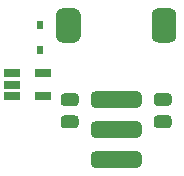
<source format=gbr>
%TF.GenerationSoftware,KiCad,Pcbnew,(5.1.6)-1*%
%TF.CreationDate,2021-11-12T14:14:01-05:00*%
%TF.ProjectId,sevenLEDboard,73657665-6e4c-4454-9462-6f6172642e6b,rev?*%
%TF.SameCoordinates,Original*%
%TF.FileFunction,Soldermask,Top*%
%TF.FilePolarity,Negative*%
%FSLAX46Y46*%
G04 Gerber Fmt 4.6, Leading zero omitted, Abs format (unit mm)*
G04 Created by KiCad (PCBNEW (5.1.6)-1) date 2021-11-12 14:14:01*
%MOMM*%
%LPD*%
G01*
G04 APERTURE LIST*
%ADD10R,1.320000X0.750000*%
%ADD11R,0.550000X0.700000*%
G04 APERTURE END LIST*
D10*
%TO.C,U1*%
X139232000Y-77790000D03*
X139232000Y-79690000D03*
X136612000Y-79690000D03*
X136612000Y-78740000D03*
X136612000Y-77790000D03*
%TD*%
D11*
%TO.C,D8*%
X138938000Y-73736200D03*
X138938000Y-75836200D03*
%TD*%
%TO.C,L1*%
G36*
G01*
X142415000Y-72811200D02*
X142415000Y-74661200D01*
G75*
G02*
X141890000Y-75186200I-525000J0D01*
G01*
X140840000Y-75186200D01*
G75*
G02*
X140315000Y-74661200I0J525000D01*
G01*
X140315000Y-72811200D01*
G75*
G02*
X140840000Y-72286200I525000J0D01*
G01*
X141890000Y-72286200D01*
G75*
G02*
X142415000Y-72811200I0J-525000D01*
G01*
G37*
G36*
G01*
X150515000Y-72811200D02*
X150515000Y-74661200D01*
G75*
G02*
X149990000Y-75186200I-525000J0D01*
G01*
X148940000Y-75186200D01*
G75*
G02*
X148415000Y-74661200I0J525000D01*
G01*
X148415000Y-72811200D01*
G75*
G02*
X148940000Y-72286200I525000J0D01*
G01*
X149990000Y-72286200D01*
G75*
G02*
X150515000Y-72811200I0J-525000D01*
G01*
G37*
%TD*%
%TO.C,J1*%
G36*
G01*
X147222500Y-80695000D02*
X143607500Y-80695000D01*
G75*
G02*
X143265000Y-80352500I0J342500D01*
G01*
X143265000Y-79667500D01*
G75*
G02*
X143607500Y-79325000I342500J0D01*
G01*
X147222500Y-79325000D01*
G75*
G02*
X147565000Y-79667500I0J-342500D01*
G01*
X147565000Y-80352500D01*
G75*
G02*
X147222500Y-80695000I-342500J0D01*
G01*
G37*
G36*
G01*
X147222500Y-83235000D02*
X143607500Y-83235000D01*
G75*
G02*
X143265000Y-82892500I0J342500D01*
G01*
X143265000Y-82207500D01*
G75*
G02*
X143607500Y-81865000I342500J0D01*
G01*
X147222500Y-81865000D01*
G75*
G02*
X147565000Y-82207500I0J-342500D01*
G01*
X147565000Y-82892500D01*
G75*
G02*
X147222500Y-83235000I-342500J0D01*
G01*
G37*
G36*
G01*
X147222500Y-85775000D02*
X143607500Y-85775000D01*
G75*
G02*
X143265000Y-85432500I0J342500D01*
G01*
X143265000Y-84747500D01*
G75*
G02*
X143607500Y-84405000I342500J0D01*
G01*
X147222500Y-84405000D01*
G75*
G02*
X147565000Y-84747500I0J-342500D01*
G01*
X147565000Y-85432500D01*
G75*
G02*
X147222500Y-85775000I-342500J0D01*
G01*
G37*
%TD*%
%TO.C,R1*%
G36*
G01*
X141959250Y-80557500D02*
X140996750Y-80557500D01*
G75*
G02*
X140728000Y-80288750I0J268750D01*
G01*
X140728000Y-79751250D01*
G75*
G02*
X140996750Y-79482500I268750J0D01*
G01*
X141959250Y-79482500D01*
G75*
G02*
X142228000Y-79751250I0J-268750D01*
G01*
X142228000Y-80288750D01*
G75*
G02*
X141959250Y-80557500I-268750J0D01*
G01*
G37*
G36*
G01*
X141959250Y-82432500D02*
X140996750Y-82432500D01*
G75*
G02*
X140728000Y-82163750I0J268750D01*
G01*
X140728000Y-81626250D01*
G75*
G02*
X140996750Y-81357500I268750J0D01*
G01*
X141959250Y-81357500D01*
G75*
G02*
X142228000Y-81626250I0J-268750D01*
G01*
X142228000Y-82163750D01*
G75*
G02*
X141959250Y-82432500I-268750J0D01*
G01*
G37*
%TD*%
%TO.C,C1*%
G36*
G01*
X148870750Y-81349800D02*
X149833250Y-81349800D01*
G75*
G02*
X150102000Y-81618550I0J-268750D01*
G01*
X150102000Y-82156050D01*
G75*
G02*
X149833250Y-82424800I-268750J0D01*
G01*
X148870750Y-82424800D01*
G75*
G02*
X148602000Y-82156050I0J268750D01*
G01*
X148602000Y-81618550D01*
G75*
G02*
X148870750Y-81349800I268750J0D01*
G01*
G37*
G36*
G01*
X148870750Y-79474800D02*
X149833250Y-79474800D01*
G75*
G02*
X150102000Y-79743550I0J-268750D01*
G01*
X150102000Y-80281050D01*
G75*
G02*
X149833250Y-80549800I-268750J0D01*
G01*
X148870750Y-80549800D01*
G75*
G02*
X148602000Y-80281050I0J268750D01*
G01*
X148602000Y-79743550D01*
G75*
G02*
X148870750Y-79474800I268750J0D01*
G01*
G37*
%TD*%
M02*

</source>
